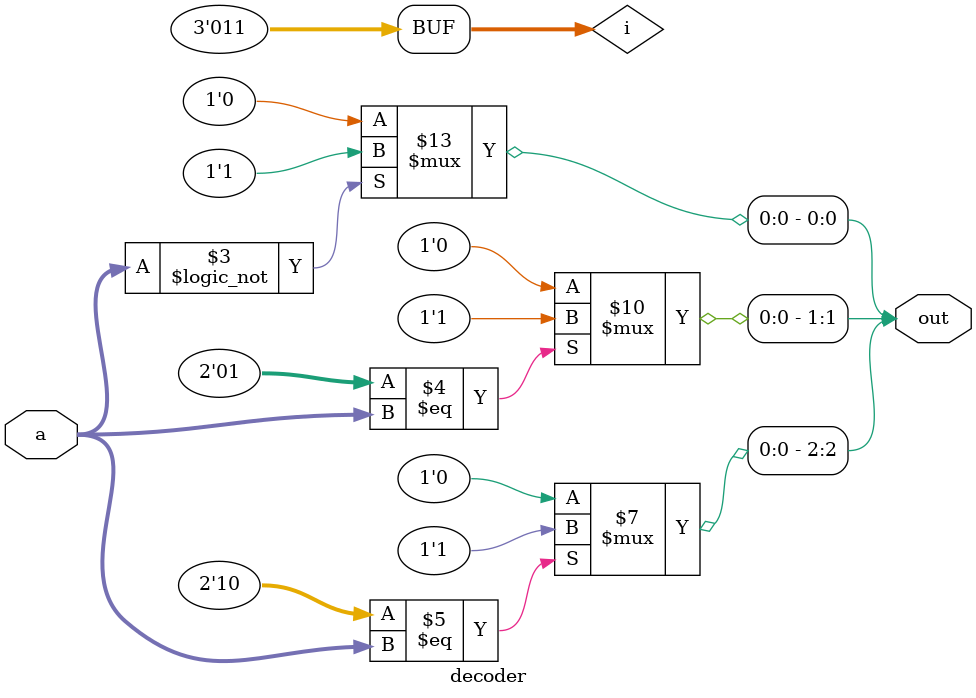
<source format=v>
module decoder (a, out);
    parameter N = 3;
    input [$clog2(N)-1:0] a;
    output reg [N-1:0] out;
    reg [N-1:0] i;
    always @(*) begin
        for (i = 0; i < N; i = i + 1) begin
            if (i == a) begin
                out[i] = 1;
            end
            else begin
                out[i] = 0;
            end
        end
    end
endmodule
</source>
